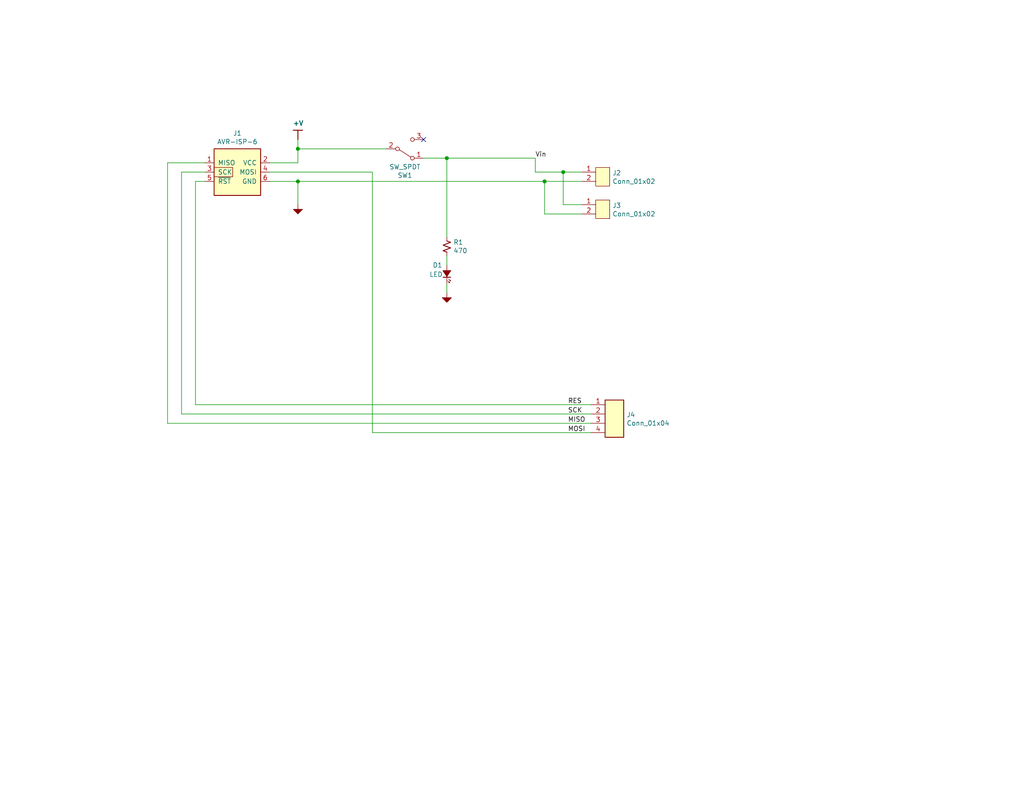
<source format=kicad_sch>
(kicad_sch (version 20211123) (generator eeschema)
  (paper "A")
  (title_block (title "ISP Breadboard Adapter") (date "2021-09-17") (rev "A") (comment 1 "with Power") (comment 2 "ISP-0001") (comment 3 "R WRIGHT"))
  (lib_symbols
    (symbol "Alpenglow:+V" (power) (pin_names (offset 0))
      (property "Value" "+V" (at 0 3.556 0))
      (symbol "+V_0_1"
        (polyline (pts (xy -1.27 2.54) (xy 1.27 2.54)) (stroke (width 0.254)))
        (polyline (pts (xy 0 0) (xy 0 2.54)) (stroke (width 0.254)))
        (polyline (pts (xy 0.635 2.54) (xy 0.635 2.54)))
      )
      (symbol "+V_1_1"
        (pin power_in line (at 0 0 90) (length 0) hide (name "+V") (number "1"))
      )
    )
    (symbol "Alpenglow:AVR-ISP-6" (pin_names (offset 1.016))
      (property "Reference" "J" (at 3.81 11.43 0))
      (property "Value" "AVR-ISP-6" (at -6.35 -3.81 0))
      (symbol "AVR-ISP-6_0_1"
        (rectangle (start -7.62 5.08) (end -2.54 2.54))
        (rectangle (start 5.08 10.16) (end -7.62 -2.54) (stroke (width 0.254)) (fill (type background)))
      )
      (symbol "AVR-ISP-6_1_1"
        (pin passive line (at -10.16 6.35 0) (length 2.54) (name "MISO") (number "1"))
        (pin passive line (at 7.62 6.35 180) (length 2.54) (name "VCC") (number "2"))
        (pin passive line (at -10.16 3.81 0) (length 2.54) (name "SCK") (number "3"))
        (pin passive line (at 7.62 3.81 180) (length 2.54) (name "MOSI") (number "4"))
        (pin passive line (at -10.16 1.27 0) (length 2.54) (name "~{RST}") (number "5"))
        (pin passive line (at 7.62 1.27 180) (length 2.54) (name "GND") (number "6"))
      )
    )
    (symbol "Alpenglow:Conn_01x02" (pin_names (offset 1.016) hide)
      (property "Reference" "J" (at 0 2.54 0))
      (property "Value" "Conn_01x02" (at 0 -5.08 0))
      (symbol "Conn_01x02_0_1"
        (rectangle (start 1.27 1.27) (end -2.54 -3.81) (fill (type background)))
      )
      (symbol "Conn_01x02_1_1"
        (pin passive line (at 5.08 0 180) (length 3.81) (name "Pin_1") (number "1"))
        (pin passive line (at 5.08 -2.54 180) (length 3.81) (name "Pin_2") (number "2"))
      )
    )
    (symbol "Alpenglow:Conn_01x04" (pin_names (offset 1.016) hide)
      (property "Reference" "J" (at 0 7.62 0))
      (property "Value" "Conn_01x04" (at 3.81 -6.35 0))
      (symbol "Conn_01x04_0_1"
        (rectangle (start -1.27 6.35) (end 3.81 -3.81) (stroke (width 0.254)) (fill (type background)))
      )
      (symbol "Conn_01x04_1_1"
        (pin passive line (at -5.08 5.08 0) (length 3.81) (name "Pin_1") (number "1"))
        (pin passive line (at -5.08 2.54 0) (length 3.81) (name "Pin_2") (number "2"))
        (pin passive line (at -5.08 0 0) (length 3.81) (name "Pin_3") (number "3"))
        (pin passive line (at -5.08 -2.54 0) (length 3.81) (name "Pin_4") (number "4"))
      )
    )
    (symbol "Alpenglow:GND" (power) (pin_numbers hide) (pin_names (offset 0) hide) (in_bom no)
      (symbol "GND_0_1"
        (polyline (pts (xy 0 0) (xy 0 -1.27) (xy 1.27 -1.27) (xy 0 -2.54) (xy -1.27 -1.27) (xy 0 -1.27)) (fill (type outline)))
      )
      (symbol "GND_1_1"
        (pin power_in line (at 0 0 270) (length 0) hide (name "GND") (number "1"))
      )
    )
    (symbol "Alpenglow:LED" (pin_numbers hide) (pin_names (offset 0.254) hide)
      (property "Reference" "D" (at -1.27 3.175 0))
      (property "Value" "LED" (at -4.445 -2.54 0))
      (symbol "LED_0_1"
        (polyline (pts (xy -0.762 -1.016) (xy -0.762 1.016)) (stroke (width 0.254)))
        (polyline (pts (xy 1.016 0) (xy -0.762 0)))
        (polyline (pts (xy 1.016 -1.016) (xy -0.508 0) (xy 1.016 1.016) (xy 1.016 -1.016)) (stroke (width 0.254)) (fill (type outline)))
        (polyline (pts (xy -1.778 -0.254) (xy -2.286 -0.762) (xy -2.286 -0.508) (xy -2.286 -0.762) (xy -2.032 -0.762)))
        (polyline (pts (xy -1.27 -0.508) (xy -1.778 -1.016) (xy -1.778 -0.762) (xy -1.778 -1.016) (xy -1.524 -1.016)))
      )
      (symbol "LED_1_1"
        (pin passive line (at -2.54 0 0) (length 1.778) (name "K") (number "1"))
        (pin passive line (at 2.54 0 180) (length 1.778) (name "A") (number "2"))
      )
    )
    (symbol "Alpenglow:RES" (pin_numbers hide) (pin_names (offset 0.254) hide)
      (property "Reference" "R" (at 1.27 1.016 0))
      (property "Value" "RES" (at 1.27 -1.016 0))
      (symbol "RES_1_1"
        (polyline (pts (xy 0 0) (xy 1.016 -0.381) (xy 0 -0.762) (xy -1.016 -1.143) (xy 0 -1.524)) (stroke (width 0.254)))
        (polyline (pts (xy 0 1.524) (xy 1.016 1.143) (xy 0 0.762) (xy -1.016 0.381) (xy 0 0)) (stroke (width 0.254)))
        (pin passive line (at 0 2.54 270) (length 1.016) (name "~") (number "1"))
        (pin passive line (at 0 -2.54 90) (length 1.016) (name "~") (number "2"))
      )
    )
    (symbol "Alpenglow:SW_SPDT" (pin_names (offset 0) hide)
      (property "Reference" "SW" (at 0 4.318 0))
      (property "Value" "Alpenglow_SW_SPDT" (at 0 -5.08 0))
      (symbol "SW_SPDT_0_0"
        (circle (center -2.032 0) (radius 0.508))
        (circle (center 2.032 -2.54) (radius 0.508))
      )
      (symbol "SW_SPDT_0_1"
        (polyline (pts (xy -1.524 0.254) (xy 1.651 2.286)))
        (circle (center 2.032 2.54) (radius 0.508))
      )
      (symbol "SW_SPDT_1_1"
        (pin passive line (at 5.08 2.54 180) (length 2.54) (name "A") (number "1"))
        (pin passive line (at -5.08 0 0) (length 2.54) (name "B") (number "2"))
        (pin passive line (at 5.08 -2.54 180) (length 2.54) (name "C") (number "3"))
      )
    )
  )
  (junction (at 81.28 49.53))
  (junction (at 81.28 40.64))
  (junction (at 148.59 49.53))
  (junction (at 121.92 43.18))
  (junction (at 153.67 46.99))
  (no_connect (at 115.57 38.1))
  (wire (pts (xy 148.59 49.53) (xy 148.59 58.42)))
  (wire (pts (xy 49.53 46.99) (xy 55.88 46.99)))
  (wire (pts (xy 49.53 113.03) (xy 49.53 46.99)))
  (wire (pts (xy 45.72 44.45) (xy 55.88 44.45)))
  (wire (pts (xy 73.66 49.53) (xy 81.28 49.53)))
  (wire (pts (xy 148.59 58.42) (xy 158.75 58.42)))
  (wire (pts (xy 148.59 49.53) (xy 158.75 49.53)))
  (wire (pts (xy 45.72 115.57) (xy 45.72 44.45)))
  (wire (pts (xy 121.92 77.47) (xy 121.92 80.01)))
  (wire (pts (xy 81.28 44.45) (xy 81.28 40.64)))
  (wire (pts (xy 101.6 46.99) (xy 101.6 118.11)))
  (wire (pts (xy 121.92 69.85) (xy 121.92 72.39)))
  (wire (pts (xy 81.28 49.53) (xy 81.28 55.88)))
  (wire (pts (xy 53.34 110.49) (xy 53.34 49.53)))
  (wire (pts (xy 81.28 40.64) (xy 105.41 40.64)))
  (wire (pts (xy 153.67 46.99) (xy 158.75 46.99)))
  (wire (pts (xy 101.6 118.11) (xy 161.29 118.11)))
  (wire (pts (xy 161.29 115.57) (xy 45.72 115.57)))
  (wire (pts (xy 161.29 113.03) (xy 49.53 113.03)))
  (wire (pts (xy 115.57 43.18) (xy 121.92 43.18)))
  (wire (pts (xy 73.66 44.45) (xy 81.28 44.45)))
  (wire (pts (xy 53.34 49.53) (xy 55.88 49.53)))
  (wire (pts (xy 153.67 46.99) (xy 153.67 55.88)))
  (wire (pts (xy 121.92 43.18) (xy 146.05 43.18)))
  (wire (pts (xy 121.92 64.77) (xy 121.92 43.18)))
  (wire (pts (xy 81.28 40.64) (xy 81.28 38.1)))
  (wire (pts (xy 81.28 49.53) (xy 148.59 49.53)))
  (wire (pts (xy 146.05 43.18) (xy 146.05 46.99)))
  (wire (pts (xy 161.29 110.49) (xy 53.34 110.49)))
  (wire (pts (xy 146.05 46.99) (xy 153.67 46.99)))
  (wire (pts (xy 153.67 55.88) (xy 158.75 55.88)))
  (wire (pts (xy 73.66 46.99) (xy 101.6 46.99)))
  (label "MISO" (at 154.94 115.57 0))
  (label "Vin" (at 146.05 43.18 0))
  (label "SCK" (at 154.94 113.03 0))
  (label "MOSI" (at 154.94 118.11 0))
  (label "RES" (at 154.94 110.49 0))
  (symbol (lib_id "Alpenglow:AVR-ISP-6") (at 66.04 50.8 0) (unit 1)
    (property "Reference" "J1" (at 64.77 36.3982 0))
    (property "Value" "AVR-ISP-6" (at 64.77 38.7096 0))
    (property "Footprint" "Connector_IDC:IDC-Header_2x03_P2.54mm_Vertical" (effects hide))
    (property "Datasheet" " ~" (effects hide))
  )
  (symbol (lib_id "Alpenglow:Conn_01x02") (at 163.83 46.99 0) (mirror y) (unit 1)
    (property "Reference" "J2" (at 167.0812 47.2186 0) (effects (justify right)))
    (property "Value" "Conn_01x02" (at 167.0812 49.53 0) (effects (justify right)))
    (property "Footprint" "Alpenglow:Conn_1x02" (effects hide))
  )
  (symbol (lib_id "Alpenglow:+V") (at 81.28 38.1 0) (unit 1)
    (property "Reference" "#PWR01" (effects hide))
    (property "Value" "+V" (at 81.3816 33.655 0) (effects (font bold)))
  )
  (symbol (lib_id "Alpenglow:GND") (at 81.28 55.88 0) (unit 1)
    (property "Reference" "#PWR02" (effects hide))
    (property "Value" "GND" (effects hide))
  )
  (symbol (lib_id "Alpenglow:SW_SPDT") (at 110.49 40.64 0) (mirror x) (unit 1)
    (property "Reference" "SW1" (at 110.49 47.879 0))
    (property "Value" "SW_SPDT" (at 110.49 45.5676 0))
    (property "Footprint" "Alpenglow:SW_SLIDE_RTA" (effects hide))
  )
  (symbol (lib_id "Alpenglow:RES") (at 121.92 67.31 0) (unit 1)
    (property "Reference" "R1" (at 123.698 66.1416 0) (effects (justify left)))
    (property "Value" "470" (at 123.698 68.453 0) (effects (justify left)))
    (property "Footprint" "Resistor_THT:R_Axial_DIN0204_L3.6mm_D1.6mm_P2.54mm_Vertical" (effects hide))
  )
  (symbol (lib_id "Alpenglow:LED") (at 121.92 74.93 90) (unit 1)
    (property "Reference" "D1" (at 119.38 72.39 90))
    (property "Value" "LED" (at 118.9736 74.93 90))
    (property "Footprint" "Alpenglow:LED_D3.0mm" (effects hide))
  )
  (symbol (lib_id "Alpenglow:GND") (at 121.92 80.01 0) (unit 1)
    (property "Reference" "#PWR03" (effects hide))
    (property "Value" "GND" (effects hide))
  )
  (symbol (lib_id "Alpenglow:Conn_01x02") (at 163.83 55.88 0) (mirror y) (unit 1)
    (property "Reference" "J3" (at 167.0812 56.1086 0) (effects (justify right)))
    (property "Value" "Conn_01x02" (at 167.0812 58.42 0) (effects (justify right)))
    (property "Footprint" "Alpenglow:Conn_1x02" (effects hide))
  )
  (symbol (lib_id "Alpenglow:Conn_01x04") (at 166.37 115.57 0) (unit 1)
    (property "Reference" "J4" (at 170.942 113.2332 0) (effects (justify left)))
    (property "Value" "Conn_01x04" (at 170.942 115.5446 0) (effects (justify left)))
    (property "Footprint" "Alpenglow:Conn_1x04_THRU" (effects hide))
  )
)
</source>
